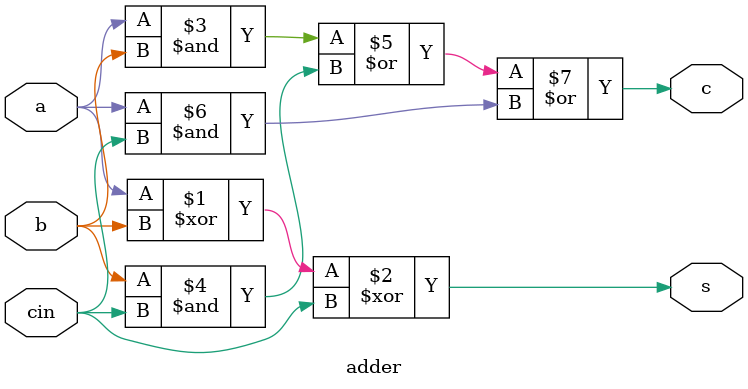
<source format=v>
`timescale 1ns / 1ps
module adder(a, b, cin, s, c);
input a,b,cin;
output s,c;
assign s = a^b^cin;
assign c = (a&b)|(b&cin)|(a&cin);
endmodule

</source>
